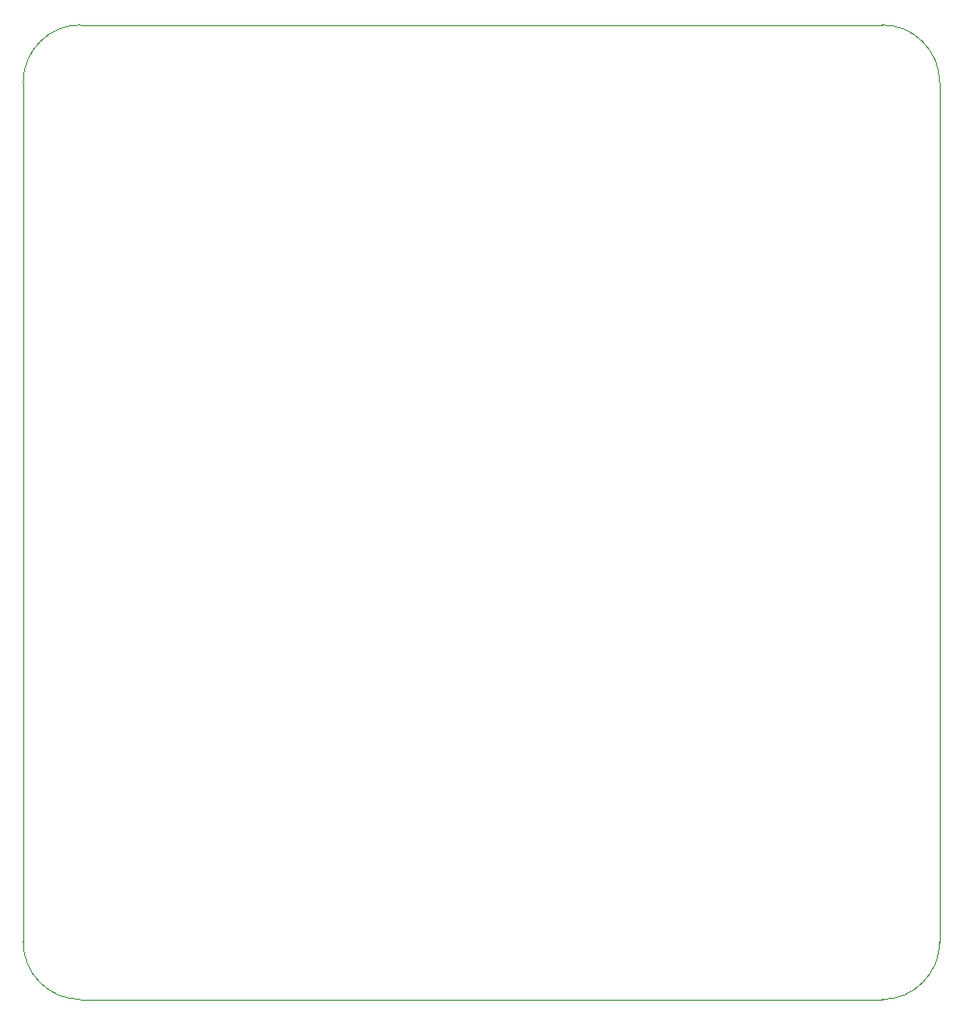
<source format=gbr>
%TF.GenerationSoftware,KiCad,Pcbnew,8.0.6*%
%TF.CreationDate,2025-02-27T20:48:22-07:00*%
%TF.ProjectId,Tachometerkicad,54616368-6f6d-4657-9465-726b69636164,rev?*%
%TF.SameCoordinates,Original*%
%TF.FileFunction,Profile,NP*%
%FSLAX46Y46*%
G04 Gerber Fmt 4.6, Leading zero omitted, Abs format (unit mm)*
G04 Created by KiCad (PCBNEW 8.0.6) date 2025-02-27 20:48:22*
%MOMM*%
%LPD*%
G01*
G04 APERTURE LIST*
%TA.AperFunction,Profile*%
%ADD10C,0.050000*%
%TD*%
G04 APERTURE END LIST*
D10*
X110000000Y-40000000D02*
G75*
G02*
X115000000Y-45000000I0J-5000000D01*
G01*
X40000000Y-40000000D02*
X105100000Y-40000000D01*
X35000000Y-120000000D02*
X35000000Y-45000000D01*
X40000000Y-125000000D02*
G75*
G02*
X35000000Y-120000000I0J5000000D01*
G01*
X110000000Y-125000000D02*
X40000000Y-125000000D01*
X110000000Y-40000000D02*
X105100000Y-40000000D01*
X35000000Y-45000000D02*
G75*
G02*
X40000000Y-40000000I5000000J0D01*
G01*
X115000000Y-120000000D02*
G75*
G02*
X110000000Y-125000000I-5000000J0D01*
G01*
X115000000Y-45000000D02*
X115000000Y-120000000D01*
M02*

</source>
